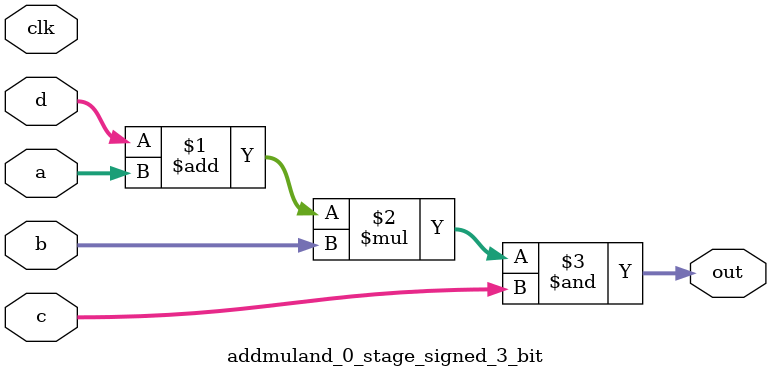
<source format=sv>
(* use_dsp = "yes" *) module addmuland_0_stage_signed_3_bit(
	input signed [2:0] a,
	input signed [2:0] b,
	input signed [2:0] c,
	input signed [2:0] d,
	output [2:0] out,
	input clk);

	assign out = ((d + a) * b) & c;
endmodule

</source>
